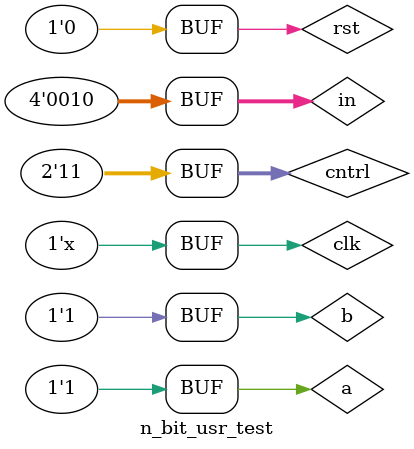
<source format=v>
 module n_bit_usr_test();
   parameter n=4;
   reg [n-1:0]in;
   reg [1:0]cntrl;
   reg rst,clk,a,b;
    wire [n-1:0]out;
   
   n_bit_usr  #(n) test (.in(in),.cntrl(cntrl),.rst(rst),.clk(clk),.a(a),.b(b),.out(out));
   
   initial clk=0;
   always #5 clk = ~clk;
   
   
   
   initial begin
     a = 1'b1;
       b = 1'b1;
   rst = 1;#20;
   rst = 0;
   cntrl = 2'b00;
    in = 'd2;
   #100;
   cntrl = 2'b01;#10;
 
   #100;
      cntrl = 2'b10;#10;
   
   #100;
   
    cntrl = 2'b11;#10;
    
   
   end
   endmodule

</source>
